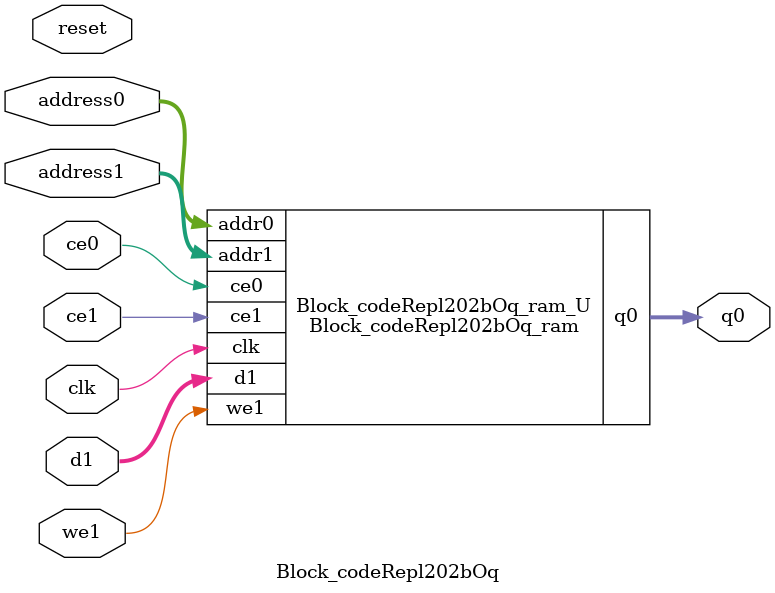
<source format=v>
`timescale 1 ns / 1 ps
module Block_codeRepl202bOq_ram (addr0, ce0, q0, addr1, ce1, d1, we1,  clk);

parameter DWIDTH = 6;
parameter AWIDTH = 7;
parameter MEM_SIZE = 82;

input[AWIDTH-1:0] addr0;
input ce0;
output reg[DWIDTH-1:0] q0;
input[AWIDTH-1:0] addr1;
input ce1;
input[DWIDTH-1:0] d1;
input we1;
input clk;

(* ram_style = "distributed" *)reg [DWIDTH-1:0] ram[0:MEM_SIZE-1];




always @(posedge clk)  
begin 
    if (ce0) begin
        q0 <= ram[addr0];
    end
end


always @(posedge clk)  
begin 
    if (ce1) begin
        if (we1) 
            ram[addr1] <= d1; 
    end
end


endmodule

`timescale 1 ns / 1 ps
module Block_codeRepl202bOq(
    reset,
    clk,
    address0,
    ce0,
    q0,
    address1,
    ce1,
    we1,
    d1);

parameter DataWidth = 32'd6;
parameter AddressRange = 32'd82;
parameter AddressWidth = 32'd7;
input reset;
input clk;
input[AddressWidth - 1:0] address0;
input ce0;
output[DataWidth - 1:0] q0;
input[AddressWidth - 1:0] address1;
input ce1;
input we1;
input[DataWidth - 1:0] d1;



Block_codeRepl202bOq_ram Block_codeRepl202bOq_ram_U(
    .clk( clk ),
    .addr0( address0 ),
    .ce0( ce0 ),
    .q0( q0 ),
    .addr1( address1 ),
    .ce1( ce1 ),
    .we1( we1 ),
    .d1( d1 ));

endmodule


</source>
